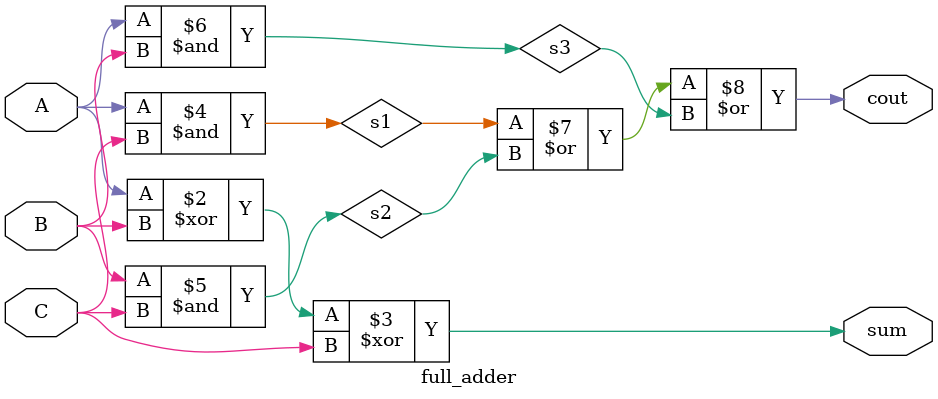
<source format=v>
module full_adder(
	
	input A,B,C,
	
	output reg cout,sum

);
reg s1,s2,s3;
always @(A or B or C) begin
	sum=(A^B)^C;
	s1=A&C;
	s2=B&C;
	s3=A&B;
	cout=(s1|s2)|s3;
end
endmodule

</source>
